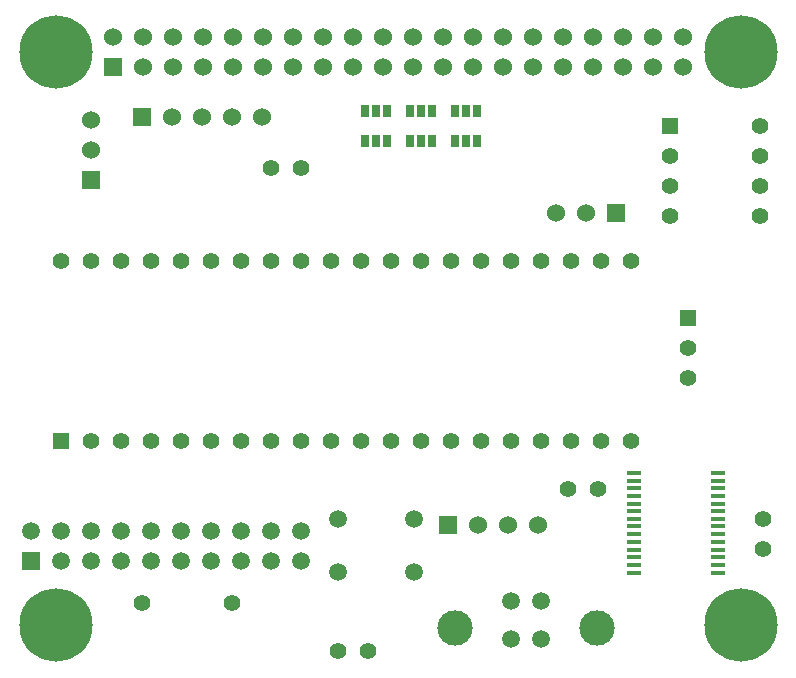
<source format=gts>
G04 (created by PCBNEW (2013-07-07 BZR 4022)-stable) date 9/26/2014 8:17:29 AM*
%MOIN*%
G04 Gerber Fmt 3.4, Leading zero omitted, Abs format*
%FSLAX34Y34*%
G01*
G70*
G90*
G04 APERTURE LIST*
%ADD10C,0.00590551*%
%ADD11C,0.0590551*%
%ADD12R,0.05X0.016*%
%ADD13R,0.0276X0.0394*%
%ADD14R,0.055X0.055*%
%ADD15C,0.055*%
%ADD16R,0.06X0.06*%
%ADD17C,0.06*%
%ADD18R,0.0590551X0.0590551*%
%ADD19C,0.11811*%
%ADD20C,0.244094*%
G04 APERTURE END LIST*
G54D10*
G54D11*
X54279Y-43114D03*
X54279Y-44885D03*
X51720Y-44885D03*
X51720Y-43114D03*
G54D12*
X64400Y-44900D03*
X64400Y-44650D03*
X64400Y-44390D03*
X64400Y-44130D03*
X64400Y-43880D03*
X64400Y-43620D03*
X64400Y-43360D03*
X64400Y-43110D03*
X64400Y-42850D03*
X64400Y-42600D03*
X64400Y-42340D03*
X64400Y-42080D03*
X64400Y-41830D03*
X64400Y-41570D03*
X61600Y-41570D03*
X61600Y-41830D03*
X61600Y-42070D03*
X61600Y-42340D03*
X61600Y-42600D03*
X61600Y-42850D03*
X61600Y-43110D03*
X61600Y-43360D03*
X61600Y-43620D03*
X61600Y-43880D03*
X61600Y-44130D03*
X61600Y-44390D03*
X61600Y-44650D03*
X61600Y-44900D03*
G54D13*
X56375Y-30500D03*
X56000Y-30500D03*
X55625Y-30500D03*
X55625Y-29500D03*
X56000Y-29500D03*
X56375Y-29500D03*
X54875Y-30500D03*
X54500Y-30500D03*
X54125Y-30500D03*
X54125Y-29500D03*
X54500Y-29500D03*
X54875Y-29500D03*
X53375Y-30500D03*
X53000Y-30500D03*
X52625Y-30500D03*
X52625Y-29500D03*
X53000Y-29500D03*
X53375Y-29500D03*
G54D14*
X63400Y-36400D03*
G54D15*
X63400Y-37400D03*
X63400Y-38400D03*
X45200Y-45900D03*
X48200Y-45900D03*
G54D16*
X45200Y-29700D03*
G54D17*
X46200Y-29700D03*
X47200Y-29700D03*
X48200Y-29700D03*
X49200Y-29700D03*
G54D16*
X55400Y-43300D03*
G54D17*
X56400Y-43300D03*
X57400Y-43300D03*
X58400Y-43300D03*
G54D16*
X61000Y-32900D03*
G54D17*
X60000Y-32900D03*
X59000Y-32900D03*
G54D16*
X43500Y-31800D03*
G54D17*
X43500Y-30800D03*
X43500Y-29800D03*
G54D16*
X44240Y-28059D03*
G54D17*
X44240Y-27059D03*
X49240Y-28059D03*
X45240Y-27059D03*
X50240Y-28059D03*
X46240Y-27059D03*
X51240Y-28059D03*
X47240Y-27059D03*
X52240Y-28059D03*
X48240Y-27059D03*
X53240Y-28059D03*
X49240Y-27059D03*
X54240Y-28059D03*
X50240Y-27059D03*
X55240Y-28059D03*
X51240Y-27059D03*
X56240Y-28059D03*
X52240Y-27059D03*
X57240Y-28059D03*
X53240Y-27059D03*
X58240Y-28059D03*
X54240Y-27059D03*
X59240Y-28059D03*
X55240Y-27059D03*
X56240Y-27059D03*
X60240Y-28059D03*
X57240Y-27059D03*
X59240Y-27059D03*
X60240Y-27059D03*
X61240Y-27059D03*
X62240Y-27059D03*
X61240Y-28059D03*
X62240Y-28059D03*
X45240Y-28059D03*
X46240Y-28059D03*
X47240Y-28059D03*
X48240Y-28059D03*
X63240Y-28059D03*
X63240Y-27059D03*
X58240Y-27059D03*
G54D18*
X41500Y-44500D03*
G54D11*
X42500Y-43500D03*
X43500Y-43500D03*
X44500Y-44500D03*
X44500Y-43500D03*
X45500Y-44500D03*
X45500Y-43500D03*
X46500Y-44500D03*
X46500Y-43500D03*
X47500Y-44500D03*
X47500Y-43500D03*
X48500Y-44500D03*
X48500Y-43500D03*
X49500Y-44500D03*
X49500Y-43500D03*
X50500Y-44500D03*
X50500Y-43500D03*
X41500Y-43500D03*
X42500Y-44500D03*
X43500Y-44500D03*
G54D14*
X62800Y-30000D03*
G54D15*
X62800Y-31000D03*
X62800Y-32000D03*
X62800Y-33000D03*
X65800Y-33000D03*
X65800Y-32000D03*
X65800Y-31000D03*
X65800Y-30000D03*
G54D14*
X42500Y-40500D03*
G54D15*
X43500Y-40500D03*
X44500Y-40500D03*
X45500Y-40500D03*
X46500Y-40500D03*
X47500Y-40500D03*
X48500Y-40500D03*
X49500Y-40500D03*
X50500Y-40500D03*
X51500Y-40500D03*
X52500Y-40500D03*
X53500Y-40500D03*
X54500Y-40500D03*
X55500Y-40500D03*
X56500Y-40500D03*
X57500Y-40500D03*
X58500Y-40500D03*
X59500Y-40500D03*
X60500Y-40500D03*
X61500Y-40500D03*
X61500Y-34500D03*
X60500Y-34500D03*
X59500Y-34500D03*
X58500Y-34500D03*
X57500Y-34500D03*
X56500Y-34500D03*
X55500Y-34500D03*
X54500Y-34500D03*
X53500Y-34500D03*
X52500Y-34500D03*
X51500Y-34500D03*
X50500Y-34500D03*
X49500Y-34500D03*
X48500Y-34500D03*
X47500Y-34500D03*
X46500Y-34500D03*
X45500Y-34500D03*
X44500Y-34500D03*
X43500Y-34500D03*
X42500Y-34500D03*
X65900Y-43100D03*
X65900Y-44100D03*
X50500Y-31400D03*
X49500Y-31400D03*
X59400Y-42100D03*
X60400Y-42100D03*
X52750Y-47500D03*
X51750Y-47500D03*
G54D19*
X60370Y-46750D03*
X55629Y-46750D03*
G54D11*
X58492Y-45844D03*
X57507Y-45844D03*
X57507Y-47124D03*
X58492Y-47124D03*
G54D20*
X42322Y-46653D03*
X42322Y-27559D03*
X65157Y-27559D03*
X65157Y-46653D03*
M02*

</source>
